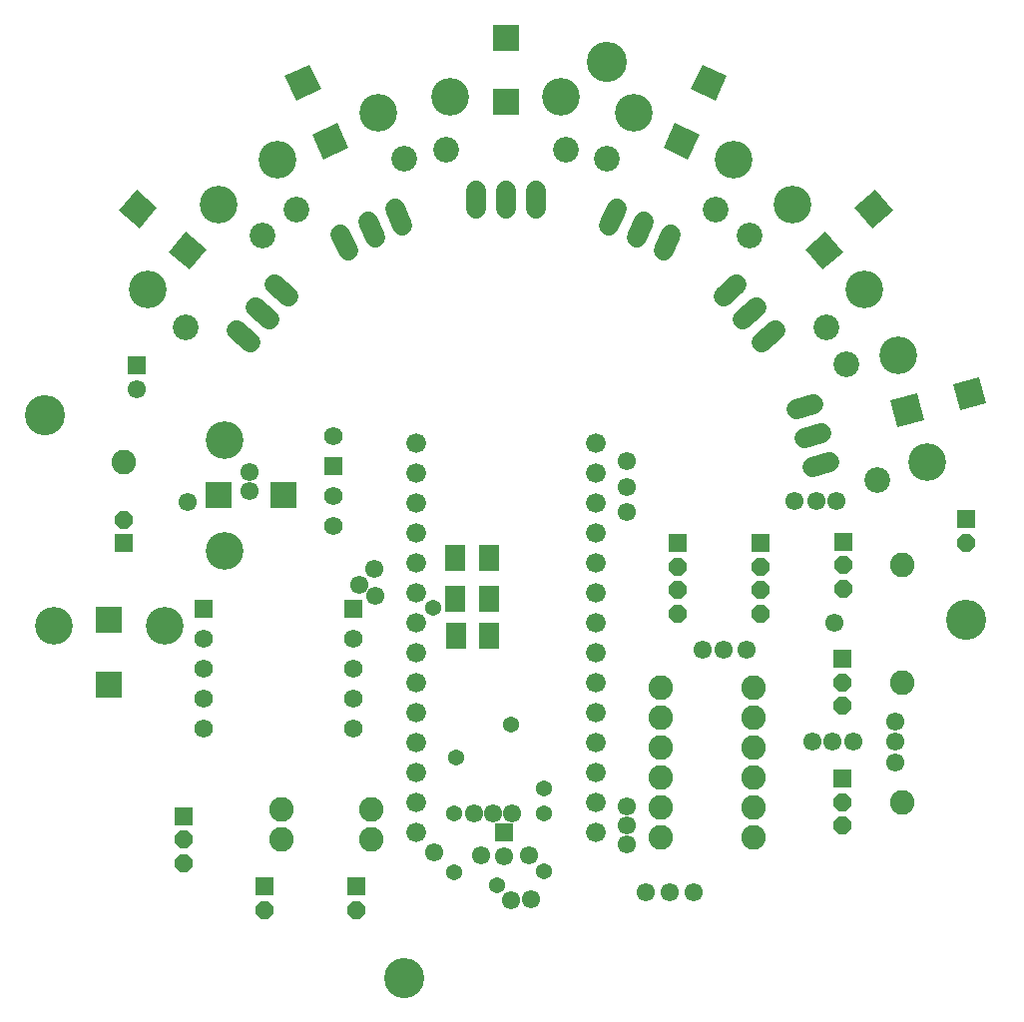
<source format=gbr>
G04 EAGLE Gerber RS-274X export*
G75*
%MOMM*%
%FSLAX34Y34*%
%LPD*%
%INSoldermask Bottom*%
%IPPOS*%
%AMOC8*
5,1,8,0,0,1.08239X$1,22.5*%
G01*
%ADD10C,3.403200*%
%ADD11R,1.524000X1.524000*%
%ADD12P,1.649562X8X22.500000*%
%ADD13R,2.303200X2.303200*%
%ADD14C,3.203200*%
%ADD15C,2.184400*%
%ADD16C,1.727200*%
%ADD17R,1.803200X2.203200*%
%ADD18R,2.303200X2.303200*%
%ADD19P,1.649562X8X202.500000*%
%ADD20R,1.561200X1.561200*%
%ADD21C,1.561200*%
%ADD22C,2.082800*%
%ADD23C,1.676400*%
%ADD24R,1.553200X1.553200*%
%ADD25C,1.553200*%
%ADD26C,1.371600*%


D10*
X-391443Y86959D03*
X-86327Y-390060D03*
X390543Y-86330D03*
X85601Y386806D03*
D11*
X286260Y-20162D03*
D12*
X286260Y-40162D03*
X286260Y-60162D03*
D11*
X-204470Y-312580D03*
D12*
X-204470Y-332580D03*
D11*
X215900Y-21286D03*
D12*
X215900Y-41286D03*
X215900Y-61286D03*
X215900Y-81286D03*
D11*
X146050Y-21286D03*
D12*
X146050Y-41286D03*
X146050Y-61286D03*
X146050Y-81286D03*
D13*
X-188400Y19050D03*
X-243400Y19050D03*
D14*
X-238800Y-27950D03*
X-238800Y66050D03*
D15*
X315000Y31812D03*
X288704Y129950D03*
D16*
X261200Y96284D02*
X246479Y92340D01*
X253053Y67805D02*
X267774Y71750D01*
X274348Y47215D02*
X259627Y43271D01*
D15*
X272042Y161956D03*
X206735Y239786D03*
D16*
X196036Y197651D02*
X184362Y187855D01*
X200688Y168398D02*
X212363Y178194D01*
X228690Y158736D02*
X217015Y148940D01*
D15*
X178109Y261752D03*
X86028Y304690D03*
D16*
X94138Y261981D02*
X87697Y248169D01*
X110718Y237435D02*
X117158Y251247D01*
X140178Y240512D02*
X133738Y226700D01*
D15*
X50800Y312500D03*
X-50800Y312500D03*
D16*
X-25400Y277220D02*
X-25400Y261980D01*
X0Y261980D02*
X0Y277220D01*
X25400Y277220D02*
X25400Y261980D01*
D17*
X-42667Y-68968D03*
X-14667Y-68968D03*
X-42651Y-100013D03*
X-14651Y-100013D03*
D11*
X-127254Y-312580D03*
D12*
X-127254Y-332580D03*
D18*
G36*
X401758Y119573D02*
X407719Y97326D01*
X385472Y91365D01*
X379511Y113612D01*
X401758Y119573D01*
G37*
G36*
X348632Y105338D02*
X354593Y83091D01*
X332346Y77130D01*
X326385Y99377D01*
X348632Y105338D01*
G37*
D14*
X332768Y137823D03*
X357097Y47026D03*
D18*
G36*
X313582Y278160D02*
X328387Y260517D01*
X310744Y245712D01*
X295939Y263355D01*
X313582Y278160D01*
G37*
G36*
X271450Y242807D02*
X286255Y225164D01*
X268612Y210359D01*
X253807Y228002D01*
X271450Y242807D01*
G37*
D14*
X243343Y265544D03*
X303765Y193535D03*
D18*
G36*
X166647Y384623D02*
X187520Y374890D01*
X177787Y354017D01*
X156914Y363750D01*
X166647Y384623D01*
G37*
G36*
X143403Y334777D02*
X164276Y325044D01*
X154543Y304171D01*
X133670Y313904D01*
X143403Y334777D01*
G37*
D14*
X108321Y343506D03*
X193513Y303779D03*
D13*
X0Y407500D03*
X0Y352500D03*
D14*
X-47000Y357100D03*
X47000Y357100D03*
D11*
X-273050Y-253050D03*
D12*
X-273050Y-273050D03*
X-273050Y-293050D03*
D11*
X-324358Y-21684D03*
D19*
X-324358Y-1684D03*
D13*
X-336550Y-141800D03*
X-336550Y-86800D03*
D14*
X-289550Y-91400D03*
X-383550Y-91400D03*
D20*
X-146304Y44196D03*
D21*
X-146304Y69596D03*
X-146304Y18796D03*
X-146304Y-6604D03*
D22*
X-114300Y-247650D03*
X-190500Y-247650D03*
X-114300Y-273050D03*
X-190500Y-273050D03*
D20*
X-129794Y-76962D03*
X-256794Y-76962D03*
D21*
X-129794Y-102362D03*
X-129794Y-127762D03*
X-129794Y-153162D03*
X-129794Y-178562D03*
X-256794Y-178562D03*
X-256794Y-153162D03*
X-256794Y-127762D03*
X-256794Y-102362D03*
D22*
X131509Y-144272D03*
X131509Y-169672D03*
X131509Y-195072D03*
X131509Y-220472D03*
X131509Y-245872D03*
X131509Y-271272D03*
X209677Y-143891D03*
X209677Y-169291D03*
X209677Y-194691D03*
X209677Y-220091D03*
X209677Y-245491D03*
X209677Y-270891D03*
D15*
X-86028Y304690D03*
X-178109Y261752D03*
D16*
X-140178Y240512D02*
X-133738Y226700D01*
X-110718Y237435D02*
X-117158Y251247D01*
X-94138Y261981D02*
X-87697Y248169D01*
D18*
G36*
X-187520Y374890D02*
X-166647Y384623D01*
X-156914Y363750D01*
X-177787Y354017D01*
X-187520Y374890D01*
G37*
G36*
X-164276Y325044D02*
X-143403Y334777D01*
X-133670Y313904D01*
X-154543Y304171D01*
X-164276Y325044D01*
G37*
D14*
X-193513Y303779D03*
X-108321Y343506D03*
D15*
X-206735Y239786D03*
X-272042Y161956D03*
D16*
X-228690Y158736D02*
X-217015Y148940D01*
X-200688Y168398D02*
X-212363Y178194D01*
X-196036Y197651D02*
X-184362Y187855D01*
D18*
G36*
X-328387Y260517D02*
X-313582Y278160D01*
X-295939Y263355D01*
X-310744Y245712D01*
X-328387Y260517D01*
G37*
G36*
X-286255Y225164D02*
X-271450Y242807D01*
X-253807Y228002D01*
X-268612Y210359D01*
X-286255Y225164D01*
G37*
D14*
X-303765Y193535D03*
X-243343Y265544D03*
D23*
X76200Y-266700D03*
X76200Y-241300D03*
X76200Y-215900D03*
X76200Y-190500D03*
X76200Y-165100D03*
X76200Y-139700D03*
X76200Y-114300D03*
X76200Y-88900D03*
X76200Y-63500D03*
X76200Y-38100D03*
X76200Y-12700D03*
X76200Y12700D03*
X76200Y38100D03*
X76200Y63500D03*
X-76200Y63500D03*
X-76200Y38100D03*
X-76200Y12700D03*
X-76200Y-12700D03*
X-76200Y-38100D03*
X-76200Y-63500D03*
X-76200Y-88900D03*
X-76200Y-114300D03*
X-76200Y-139700D03*
X-76200Y-165100D03*
X-76200Y-190500D03*
X-76200Y-215900D03*
X-76200Y-241300D03*
X-76200Y-266700D03*
D11*
X285750Y-119700D03*
D12*
X285750Y-139700D03*
X285750Y-159700D03*
D11*
X285750Y-221300D03*
D12*
X285750Y-241300D03*
X285750Y-261300D03*
D22*
X336550Y-40132D03*
X336550Y-139700D03*
D11*
X390652Y-1430D03*
D12*
X390652Y-21430D03*
D17*
X-42667Y-34036D03*
X-14667Y-34036D03*
D22*
X336550Y-241300D03*
X-323850Y47498D03*
D24*
X-1270Y-266860D03*
D25*
X-1270Y-286860D03*
D24*
X-313436Y129380D03*
D25*
X-313436Y109380D03*
D26*
X-7112Y-311912D03*
D25*
X277368Y-189992D03*
X260096Y-189992D03*
X294640Y-189992D03*
X330200Y-189992D03*
X330200Y-172720D03*
X330200Y-207264D03*
X19304Y-286512D03*
X-21336Y-286512D03*
X-60960Y-283464D03*
X-217424Y38608D03*
X-217424Y22352D03*
X-270256Y13208D03*
X102616Y-277368D03*
X102616Y-261112D03*
X102616Y-244856D03*
X204216Y-111760D03*
X278384Y-89408D03*
X184912Y-111760D03*
X166624Y-111760D03*
X263144Y14224D03*
X280416Y14224D03*
X244856Y14224D03*
X-111760Y-43688D03*
X-123952Y-56896D03*
X-110744Y-66040D03*
X102616Y26416D03*
X102616Y47752D03*
X102616Y5080D03*
X118872Y-318008D03*
X139192Y-318008D03*
X159512Y-318008D03*
X4509Y-324231D03*
X21463Y-323850D03*
X-26988Y-250571D03*
X-10859Y-250571D03*
X5588Y-250635D03*
D26*
X-61976Y-76200D03*
X4572Y-175260D03*
X32512Y-229616D03*
X32512Y-250952D03*
X32512Y-299720D03*
X-42628Y-203625D03*
X-43688Y-250716D03*
X-43688Y-300990D03*
M02*

</source>
